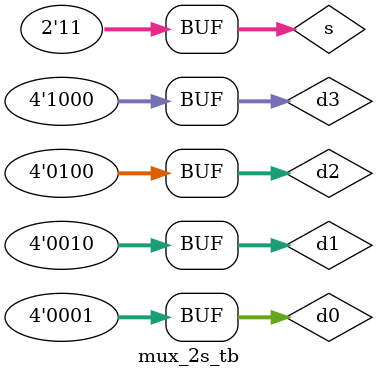
<source format=v>
module mux_2s #(
    parameter w = 4 
) (
    input [w-1:0] d0, d1, d2, d3, 
    input [1:0] s,                                     
    output reg [w-1:0] o          
);

    always @(*) begin
          o={4{1'bz}};           
            case (s)
                2'b00: o = d0; 
                2'b01: o = d1; 
                2'b10: o = d2; 
                2'b11: o = d3;  
            endcase
    end
endmodule

module mux_2s_tb;
    parameter W = 4; 
    reg [W-1:0] d0, d1, d2, d3; 
    reg [1:0] s;                
    wire [W-1:0] o;        

    mux_2s #(.w(W)) mux_instance (
        .d0(d0),
        .d1(d1),
        .d2(d2),
        .d3(d3),
        .s(s),
        .o(o)
    );

    initial begin
        $display("Time\td0\td1\td2\td3\ts\to");
        $monitor("%0t\t%b\t%b\t%b\t%b\t%b\t%b", $time, d0, d1, d2, d3, s, o);

        d0 = 4'b0001; 
        d1 = 4'b0010; 
        d2 = 4'b0100; 
        d3 = 4'b1000;
        
        s = 2'b00; #10; 
        s = 2'b01; #10; 
        s = 2'b10; #10; 
        s = 2'b11; #10; 
        

    end
endmodule

</source>
